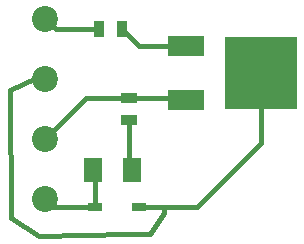
<source format=gtl>
G04 (created by PCBNEW (2013-07-07 BZR 4022)-stable) date 3/12/2015 5:26:41 AM*
%MOIN*%
G04 Gerber Fmt 3.4, Leading zero omitted, Abs format*
%FSLAX34Y34*%
G01*
G70*
G90*
G04 APERTURE LIST*
%ADD10C,0.00590551*%
%ADD11R,0.0472X0.0276*%
%ADD12R,0.06X0.08*%
%ADD13R,0.035X0.055*%
%ADD14R,0.055X0.035*%
%ADD15R,0.12X0.065*%
%ADD16R,0.24X0.24*%
%ADD17C,0.0866142*%
%ADD18C,0.015748*%
G04 APERTURE END LIST*
G54D10*
G54D11*
X10963Y-14581D03*
X9507Y-14581D03*
G54D12*
X9442Y-13342D03*
X10742Y-13342D03*
G54D13*
X9651Y-8646D03*
X10401Y-8646D03*
G54D14*
X10630Y-10948D03*
X10630Y-11698D03*
G54D15*
X12532Y-9224D03*
G54D16*
X15032Y-10124D03*
G54D15*
X12532Y-11024D03*
G54D17*
X7851Y-8306D03*
X7851Y-10306D03*
X7851Y-12306D03*
X7851Y-14306D03*
G54D18*
X9507Y-14581D02*
X8159Y-14581D01*
X8159Y-14581D02*
X7876Y-14298D01*
X9507Y-14581D02*
X9507Y-13407D01*
X9507Y-13407D02*
X9442Y-13342D01*
X9651Y-8646D02*
X8224Y-8646D01*
X8224Y-8646D02*
X7876Y-8298D01*
X10577Y-15499D02*
X11344Y-15499D01*
X11801Y-14775D02*
X11801Y-14581D01*
X11344Y-15499D02*
X11801Y-14775D01*
X10963Y-14581D02*
X11801Y-14581D01*
X11801Y-14581D02*
X12903Y-14581D01*
X12903Y-14581D02*
X15032Y-12452D01*
X15032Y-12452D02*
X15032Y-10124D01*
X7876Y-10298D02*
X7541Y-10298D01*
X7638Y-15547D02*
X10577Y-15499D01*
X6712Y-14968D02*
X7638Y-15547D01*
X6664Y-10700D02*
X6712Y-14968D01*
X7541Y-10298D02*
X6664Y-10700D01*
X10630Y-10948D02*
X12456Y-10948D01*
X12456Y-10948D02*
X12532Y-11024D01*
X10630Y-10948D02*
X9226Y-10948D01*
X9226Y-10948D02*
X7876Y-12298D01*
X10630Y-11698D02*
X10630Y-13230D01*
X10630Y-13230D02*
X10742Y-13342D01*
X12532Y-9224D02*
X10979Y-9224D01*
X10979Y-9224D02*
X10401Y-8646D01*
M02*

</source>
